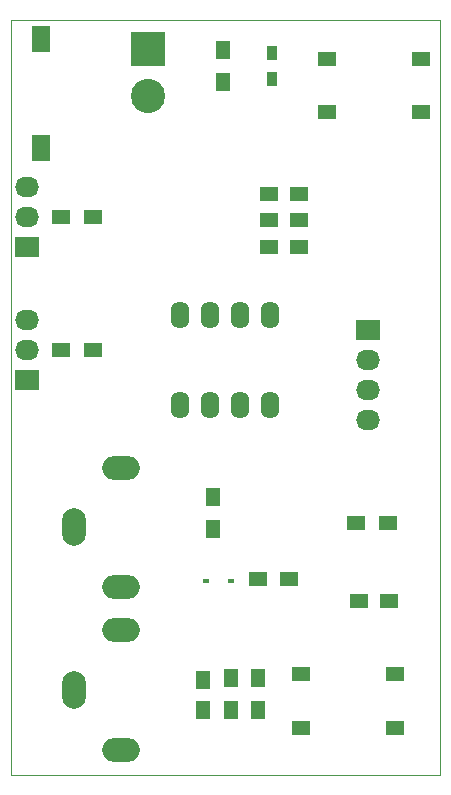
<source format=gbr>
G04 #@! TF.FileFunction,Soldermask,Top*
%FSLAX46Y46*%
G04 Gerber Fmt 4.6, Leading zero omitted, Abs format (unit mm)*
G04 Created by KiCad (PCBNEW 4.0.5) date 02/27/17 15:44:33*
%MOMM*%
%LPD*%
G01*
G04 APERTURE LIST*
%ADD10C,0.200000*%
%ADD11C,0.100000*%
%ADD12R,2.900000X2.900000*%
%ADD13C,2.900000*%
%ADD14R,1.250000X1.500000*%
%ADD15R,1.500000X1.250000*%
%ADD16R,0.590000X0.450000*%
%ADD17R,0.900000X1.200000*%
%ADD18R,2.032000X1.727200*%
%ADD19O,2.032000X1.727200*%
%ADD20O,3.197860X1.998980*%
%ADD21O,1.998980X3.197860*%
%ADD22R,1.300000X1.500000*%
%ADD23R,1.500000X1.300000*%
%ADD24R,1.550000X1.300000*%
%ADD25R,1.600000X2.180000*%
%ADD26O,1.600000X2.300000*%
G04 APERTURE END LIST*
D10*
D11*
X0Y64000000D02*
X36300000Y64000000D01*
X0Y0D02*
X0Y64000000D01*
X36300000Y0D02*
X0Y0D01*
X36300000Y64000000D02*
X36300000Y0D01*
D12*
X11550000Y61500000D03*
D13*
X11550000Y57540000D03*
D14*
X16200000Y8050000D03*
X16200000Y5550000D03*
D15*
X31950000Y14800000D03*
X29450000Y14800000D03*
X24350000Y44750000D03*
X21850000Y44750000D03*
X24350000Y47000000D03*
X21850000Y47000000D03*
X24350000Y49250000D03*
X21850000Y49250000D03*
D16*
X16495000Y16500000D03*
X18605000Y16500000D03*
D17*
X22100000Y59000000D03*
X22100000Y61200000D03*
D18*
X30200000Y37700000D03*
D19*
X30200000Y35160000D03*
X30200000Y32620000D03*
X30200000Y30080000D03*
D20*
X9297960Y15945400D03*
D21*
X5300000Y21000000D03*
D20*
X9297960Y26054600D03*
X9297960Y2195400D03*
D21*
X5300000Y7250000D03*
D20*
X9297960Y12304600D03*
D18*
X1300000Y44750000D03*
D19*
X1300000Y47290000D03*
X1300000Y49830000D03*
D18*
X1300000Y33500000D03*
D19*
X1300000Y36040000D03*
X1300000Y38580000D03*
D22*
X18600000Y5550000D03*
X18600000Y8250000D03*
X17100000Y23550000D03*
X17100000Y20850000D03*
D23*
X23550000Y16600000D03*
X20850000Y16600000D03*
D22*
X20900000Y5550000D03*
X20900000Y8250000D03*
D23*
X29150000Y21400000D03*
X31850000Y21400000D03*
X6900000Y47250000D03*
X4200000Y47250000D03*
X6900000Y36000000D03*
X4200000Y36000000D03*
D22*
X17900000Y58750000D03*
X17900000Y61450000D03*
D24*
X32475000Y4050000D03*
X24525000Y4050000D03*
X32475000Y8550000D03*
X24525000Y8550000D03*
D25*
X2547680Y53147570D03*
X2552320Y62352430D03*
D24*
X34675000Y56150000D03*
X26725000Y56150000D03*
X34675000Y60650000D03*
X26725000Y60650000D03*
D26*
X14300000Y31400000D03*
X16840000Y31400000D03*
X19380000Y31400000D03*
X21920000Y31400000D03*
X21920000Y39020000D03*
X19380000Y39020000D03*
X16840000Y39020000D03*
X14300000Y39020000D03*
M02*

</source>
